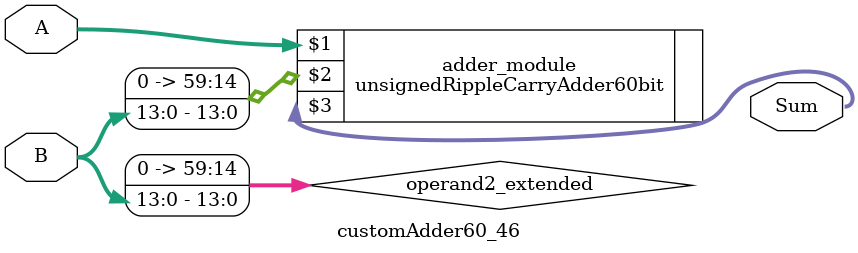
<source format=v>
module customAdder60_46(
                        input [59 : 0] A,
                        input [13 : 0] B,
                        
                        output [60 : 0] Sum
                );

        wire [59 : 0] operand2_extended;
        
        assign operand2_extended =  {46'b0, B};
        
        unsignedRippleCarryAdder60bit adder_module(
            A,
            operand2_extended,
            Sum
        );
        
        endmodule
        
</source>
